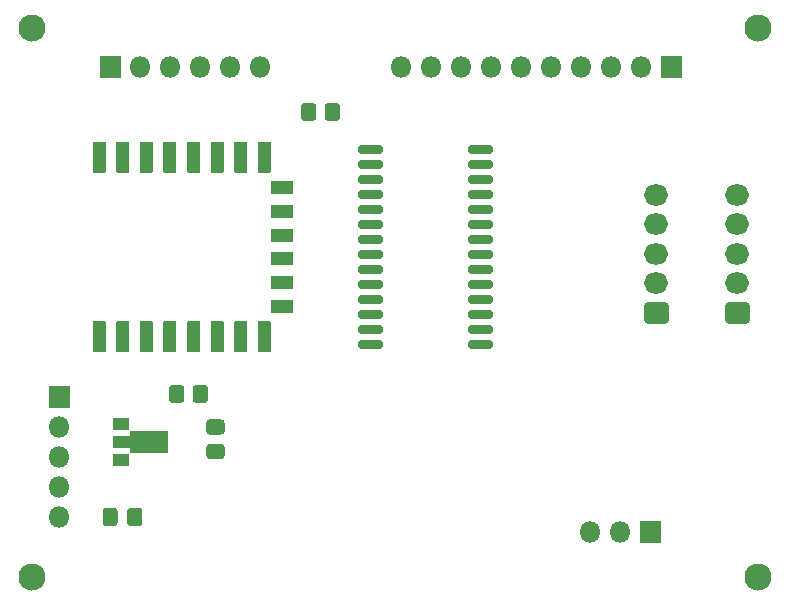
<source format=gbr>
%TF.GenerationSoftware,KiCad,Pcbnew,(5.1.9)-1*%
%TF.CreationDate,2020-12-29T21:02:10-08:00*%
%TF.ProjectId,Autoblind,4175746f-626c-4696-9e64-2e6b69636164,rev?*%
%TF.SameCoordinates,Original*%
%TF.FileFunction,Soldermask,Top*%
%TF.FilePolarity,Negative*%
%FSLAX46Y46*%
G04 Gerber Fmt 4.6, Leading zero omitted, Abs format (unit mm)*
G04 Created by KiCad (PCBNEW (5.1.9)-1) date 2020-12-29 21:02:10*
%MOMM*%
%LPD*%
G01*
G04 APERTURE LIST*
%ADD10C,2.300000*%
%ADD11O,2.050000X1.800000*%
%ADD12O,1.800000X1.800000*%
%ADD13C,0.100000*%
G04 APERTURE END LIST*
D10*
%TO.C, *%
X103124000Y-130810000D03*
%TD*%
%TO.C, *%
X103124000Y-84328000D03*
%TD*%
%TO.C, *%
X41656000Y-130810000D03*
%TD*%
%TO.C, *%
X41656000Y-84328000D03*
%TD*%
%TO.C,U3*%
G36*
G01*
X71355000Y-110950000D02*
X71355000Y-111300000D01*
G75*
G02*
X71180000Y-111475000I-175000J0D01*
G01*
X69380000Y-111475000D01*
G75*
G02*
X69205000Y-111300000I0J175000D01*
G01*
X69205000Y-110950000D01*
G75*
G02*
X69380000Y-110775000I175000J0D01*
G01*
X71180000Y-110775000D01*
G75*
G02*
X71355000Y-110950000I0J-175000D01*
G01*
G37*
G36*
G01*
X71355000Y-109680000D02*
X71355000Y-110030000D01*
G75*
G02*
X71180000Y-110205000I-175000J0D01*
G01*
X69380000Y-110205000D01*
G75*
G02*
X69205000Y-110030000I0J175000D01*
G01*
X69205000Y-109680000D01*
G75*
G02*
X69380000Y-109505000I175000J0D01*
G01*
X71180000Y-109505000D01*
G75*
G02*
X71355000Y-109680000I0J-175000D01*
G01*
G37*
G36*
G01*
X71355000Y-108410000D02*
X71355000Y-108760000D01*
G75*
G02*
X71180000Y-108935000I-175000J0D01*
G01*
X69380000Y-108935000D01*
G75*
G02*
X69205000Y-108760000I0J175000D01*
G01*
X69205000Y-108410000D01*
G75*
G02*
X69380000Y-108235000I175000J0D01*
G01*
X71180000Y-108235000D01*
G75*
G02*
X71355000Y-108410000I0J-175000D01*
G01*
G37*
G36*
G01*
X71355000Y-107140000D02*
X71355000Y-107490000D01*
G75*
G02*
X71180000Y-107665000I-175000J0D01*
G01*
X69380000Y-107665000D01*
G75*
G02*
X69205000Y-107490000I0J175000D01*
G01*
X69205000Y-107140000D01*
G75*
G02*
X69380000Y-106965000I175000J0D01*
G01*
X71180000Y-106965000D01*
G75*
G02*
X71355000Y-107140000I0J-175000D01*
G01*
G37*
G36*
G01*
X71355000Y-105870000D02*
X71355000Y-106220000D01*
G75*
G02*
X71180000Y-106395000I-175000J0D01*
G01*
X69380000Y-106395000D01*
G75*
G02*
X69205000Y-106220000I0J175000D01*
G01*
X69205000Y-105870000D01*
G75*
G02*
X69380000Y-105695000I175000J0D01*
G01*
X71180000Y-105695000D01*
G75*
G02*
X71355000Y-105870000I0J-175000D01*
G01*
G37*
G36*
G01*
X71355000Y-104600000D02*
X71355000Y-104950000D01*
G75*
G02*
X71180000Y-105125000I-175000J0D01*
G01*
X69380000Y-105125000D01*
G75*
G02*
X69205000Y-104950000I0J175000D01*
G01*
X69205000Y-104600000D01*
G75*
G02*
X69380000Y-104425000I175000J0D01*
G01*
X71180000Y-104425000D01*
G75*
G02*
X71355000Y-104600000I0J-175000D01*
G01*
G37*
G36*
G01*
X71355000Y-103330000D02*
X71355000Y-103680000D01*
G75*
G02*
X71180000Y-103855000I-175000J0D01*
G01*
X69380000Y-103855000D01*
G75*
G02*
X69205000Y-103680000I0J175000D01*
G01*
X69205000Y-103330000D01*
G75*
G02*
X69380000Y-103155000I175000J0D01*
G01*
X71180000Y-103155000D01*
G75*
G02*
X71355000Y-103330000I0J-175000D01*
G01*
G37*
G36*
G01*
X71355000Y-102060000D02*
X71355000Y-102410000D01*
G75*
G02*
X71180000Y-102585000I-175000J0D01*
G01*
X69380000Y-102585000D01*
G75*
G02*
X69205000Y-102410000I0J175000D01*
G01*
X69205000Y-102060000D01*
G75*
G02*
X69380000Y-101885000I175000J0D01*
G01*
X71180000Y-101885000D01*
G75*
G02*
X71355000Y-102060000I0J-175000D01*
G01*
G37*
G36*
G01*
X71355000Y-100790000D02*
X71355000Y-101140000D01*
G75*
G02*
X71180000Y-101315000I-175000J0D01*
G01*
X69380000Y-101315000D01*
G75*
G02*
X69205000Y-101140000I0J175000D01*
G01*
X69205000Y-100790000D01*
G75*
G02*
X69380000Y-100615000I175000J0D01*
G01*
X71180000Y-100615000D01*
G75*
G02*
X71355000Y-100790000I0J-175000D01*
G01*
G37*
G36*
G01*
X71355000Y-99520000D02*
X71355000Y-99870000D01*
G75*
G02*
X71180000Y-100045000I-175000J0D01*
G01*
X69380000Y-100045000D01*
G75*
G02*
X69205000Y-99870000I0J175000D01*
G01*
X69205000Y-99520000D01*
G75*
G02*
X69380000Y-99345000I175000J0D01*
G01*
X71180000Y-99345000D01*
G75*
G02*
X71355000Y-99520000I0J-175000D01*
G01*
G37*
G36*
G01*
X71355000Y-98250000D02*
X71355000Y-98600000D01*
G75*
G02*
X71180000Y-98775000I-175000J0D01*
G01*
X69380000Y-98775000D01*
G75*
G02*
X69205000Y-98600000I0J175000D01*
G01*
X69205000Y-98250000D01*
G75*
G02*
X69380000Y-98075000I175000J0D01*
G01*
X71180000Y-98075000D01*
G75*
G02*
X71355000Y-98250000I0J-175000D01*
G01*
G37*
G36*
G01*
X71355000Y-96980000D02*
X71355000Y-97330000D01*
G75*
G02*
X71180000Y-97505000I-175000J0D01*
G01*
X69380000Y-97505000D01*
G75*
G02*
X69205000Y-97330000I0J175000D01*
G01*
X69205000Y-96980000D01*
G75*
G02*
X69380000Y-96805000I175000J0D01*
G01*
X71180000Y-96805000D01*
G75*
G02*
X71355000Y-96980000I0J-175000D01*
G01*
G37*
G36*
G01*
X71355000Y-95710000D02*
X71355000Y-96060000D01*
G75*
G02*
X71180000Y-96235000I-175000J0D01*
G01*
X69380000Y-96235000D01*
G75*
G02*
X69205000Y-96060000I0J175000D01*
G01*
X69205000Y-95710000D01*
G75*
G02*
X69380000Y-95535000I175000J0D01*
G01*
X71180000Y-95535000D01*
G75*
G02*
X71355000Y-95710000I0J-175000D01*
G01*
G37*
G36*
G01*
X71355000Y-94440000D02*
X71355000Y-94790000D01*
G75*
G02*
X71180000Y-94965000I-175000J0D01*
G01*
X69380000Y-94965000D01*
G75*
G02*
X69205000Y-94790000I0J175000D01*
G01*
X69205000Y-94440000D01*
G75*
G02*
X69380000Y-94265000I175000J0D01*
G01*
X71180000Y-94265000D01*
G75*
G02*
X71355000Y-94440000I0J-175000D01*
G01*
G37*
G36*
G01*
X80655000Y-94440000D02*
X80655000Y-94790000D01*
G75*
G02*
X80480000Y-94965000I-175000J0D01*
G01*
X78680000Y-94965000D01*
G75*
G02*
X78505000Y-94790000I0J175000D01*
G01*
X78505000Y-94440000D01*
G75*
G02*
X78680000Y-94265000I175000J0D01*
G01*
X80480000Y-94265000D01*
G75*
G02*
X80655000Y-94440000I0J-175000D01*
G01*
G37*
G36*
G01*
X80655000Y-95710000D02*
X80655000Y-96060000D01*
G75*
G02*
X80480000Y-96235000I-175000J0D01*
G01*
X78680000Y-96235000D01*
G75*
G02*
X78505000Y-96060000I0J175000D01*
G01*
X78505000Y-95710000D01*
G75*
G02*
X78680000Y-95535000I175000J0D01*
G01*
X80480000Y-95535000D01*
G75*
G02*
X80655000Y-95710000I0J-175000D01*
G01*
G37*
G36*
G01*
X80655000Y-96980000D02*
X80655000Y-97330000D01*
G75*
G02*
X80480000Y-97505000I-175000J0D01*
G01*
X78680000Y-97505000D01*
G75*
G02*
X78505000Y-97330000I0J175000D01*
G01*
X78505000Y-96980000D01*
G75*
G02*
X78680000Y-96805000I175000J0D01*
G01*
X80480000Y-96805000D01*
G75*
G02*
X80655000Y-96980000I0J-175000D01*
G01*
G37*
G36*
G01*
X80655000Y-98250000D02*
X80655000Y-98600000D01*
G75*
G02*
X80480000Y-98775000I-175000J0D01*
G01*
X78680000Y-98775000D01*
G75*
G02*
X78505000Y-98600000I0J175000D01*
G01*
X78505000Y-98250000D01*
G75*
G02*
X78680000Y-98075000I175000J0D01*
G01*
X80480000Y-98075000D01*
G75*
G02*
X80655000Y-98250000I0J-175000D01*
G01*
G37*
G36*
G01*
X80655000Y-99520000D02*
X80655000Y-99870000D01*
G75*
G02*
X80480000Y-100045000I-175000J0D01*
G01*
X78680000Y-100045000D01*
G75*
G02*
X78505000Y-99870000I0J175000D01*
G01*
X78505000Y-99520000D01*
G75*
G02*
X78680000Y-99345000I175000J0D01*
G01*
X80480000Y-99345000D01*
G75*
G02*
X80655000Y-99520000I0J-175000D01*
G01*
G37*
G36*
G01*
X80655000Y-100790000D02*
X80655000Y-101140000D01*
G75*
G02*
X80480000Y-101315000I-175000J0D01*
G01*
X78680000Y-101315000D01*
G75*
G02*
X78505000Y-101140000I0J175000D01*
G01*
X78505000Y-100790000D01*
G75*
G02*
X78680000Y-100615000I175000J0D01*
G01*
X80480000Y-100615000D01*
G75*
G02*
X80655000Y-100790000I0J-175000D01*
G01*
G37*
G36*
G01*
X80655000Y-102060000D02*
X80655000Y-102410000D01*
G75*
G02*
X80480000Y-102585000I-175000J0D01*
G01*
X78680000Y-102585000D01*
G75*
G02*
X78505000Y-102410000I0J175000D01*
G01*
X78505000Y-102060000D01*
G75*
G02*
X78680000Y-101885000I175000J0D01*
G01*
X80480000Y-101885000D01*
G75*
G02*
X80655000Y-102060000I0J-175000D01*
G01*
G37*
G36*
G01*
X80655000Y-103330000D02*
X80655000Y-103680000D01*
G75*
G02*
X80480000Y-103855000I-175000J0D01*
G01*
X78680000Y-103855000D01*
G75*
G02*
X78505000Y-103680000I0J175000D01*
G01*
X78505000Y-103330000D01*
G75*
G02*
X78680000Y-103155000I175000J0D01*
G01*
X80480000Y-103155000D01*
G75*
G02*
X80655000Y-103330000I0J-175000D01*
G01*
G37*
G36*
G01*
X80655000Y-104600000D02*
X80655000Y-104950000D01*
G75*
G02*
X80480000Y-105125000I-175000J0D01*
G01*
X78680000Y-105125000D01*
G75*
G02*
X78505000Y-104950000I0J175000D01*
G01*
X78505000Y-104600000D01*
G75*
G02*
X78680000Y-104425000I175000J0D01*
G01*
X80480000Y-104425000D01*
G75*
G02*
X80655000Y-104600000I0J-175000D01*
G01*
G37*
G36*
G01*
X80655000Y-105870000D02*
X80655000Y-106220000D01*
G75*
G02*
X80480000Y-106395000I-175000J0D01*
G01*
X78680000Y-106395000D01*
G75*
G02*
X78505000Y-106220000I0J175000D01*
G01*
X78505000Y-105870000D01*
G75*
G02*
X78680000Y-105695000I175000J0D01*
G01*
X80480000Y-105695000D01*
G75*
G02*
X80655000Y-105870000I0J-175000D01*
G01*
G37*
G36*
G01*
X80655000Y-107140000D02*
X80655000Y-107490000D01*
G75*
G02*
X80480000Y-107665000I-175000J0D01*
G01*
X78680000Y-107665000D01*
G75*
G02*
X78505000Y-107490000I0J175000D01*
G01*
X78505000Y-107140000D01*
G75*
G02*
X78680000Y-106965000I175000J0D01*
G01*
X80480000Y-106965000D01*
G75*
G02*
X80655000Y-107140000I0J-175000D01*
G01*
G37*
G36*
G01*
X80655000Y-108410000D02*
X80655000Y-108760000D01*
G75*
G02*
X80480000Y-108935000I-175000J0D01*
G01*
X78680000Y-108935000D01*
G75*
G02*
X78505000Y-108760000I0J175000D01*
G01*
X78505000Y-108410000D01*
G75*
G02*
X78680000Y-108235000I175000J0D01*
G01*
X80480000Y-108235000D01*
G75*
G02*
X80655000Y-108410000I0J-175000D01*
G01*
G37*
G36*
G01*
X80655000Y-109680000D02*
X80655000Y-110030000D01*
G75*
G02*
X80480000Y-110205000I-175000J0D01*
G01*
X78680000Y-110205000D01*
G75*
G02*
X78505000Y-110030000I0J175000D01*
G01*
X78505000Y-109680000D01*
G75*
G02*
X78680000Y-109505000I175000J0D01*
G01*
X80480000Y-109505000D01*
G75*
G02*
X80655000Y-109680000I0J-175000D01*
G01*
G37*
G36*
G01*
X80655000Y-110950000D02*
X80655000Y-111300000D01*
G75*
G02*
X80480000Y-111475000I-175000J0D01*
G01*
X78680000Y-111475000D01*
G75*
G02*
X78505000Y-111300000I0J175000D01*
G01*
X78505000Y-110950000D01*
G75*
G02*
X78680000Y-110775000I175000J0D01*
G01*
X80480000Y-110775000D01*
G75*
G02*
X80655000Y-110950000I0J-175000D01*
G01*
G37*
%TD*%
D11*
%TO.C,J6*%
X101346000Y-98458000D03*
X101346000Y-100958000D03*
X101346000Y-103458000D03*
X101346000Y-105958000D03*
G36*
G01*
X102106295Y-109358000D02*
X100585705Y-109358000D01*
G75*
G02*
X100321000Y-109093295I0J264705D01*
G01*
X100321000Y-107822705D01*
G75*
G02*
X100585705Y-107558000I264705J0D01*
G01*
X102106295Y-107558000D01*
G75*
G02*
X102371000Y-107822705I0J-264705D01*
G01*
X102371000Y-109093295D01*
G75*
G02*
X102106295Y-109358000I-264705J0D01*
G01*
G37*
%TD*%
%TO.C,J5*%
X94488000Y-98458000D03*
X94488000Y-100958000D03*
X94488000Y-103458000D03*
X94488000Y-105958000D03*
G36*
G01*
X95248295Y-109358000D02*
X93727705Y-109358000D01*
G75*
G02*
X93463000Y-109093295I0J264705D01*
G01*
X93463000Y-107822705D01*
G75*
G02*
X93727705Y-107558000I264705J0D01*
G01*
X95248295Y-107558000D01*
G75*
G02*
X95513000Y-107822705I0J-264705D01*
G01*
X95513000Y-109093295D01*
G75*
G02*
X95248295Y-109358000I-264705J0D01*
G01*
G37*
%TD*%
%TO.C,U1*%
G36*
G01*
X47800000Y-96570000D02*
X46800000Y-96570000D01*
G75*
G02*
X46750000Y-96520000I0J50000D01*
G01*
X46750000Y-94020000D01*
G75*
G02*
X46800000Y-93970000I50000J0D01*
G01*
X47800000Y-93970000D01*
G75*
G02*
X47850000Y-94020000I0J-50000D01*
G01*
X47850000Y-96520000D01*
G75*
G02*
X47800000Y-96570000I-50000J0D01*
G01*
G37*
G36*
G01*
X49800000Y-96570000D02*
X48800000Y-96570000D01*
G75*
G02*
X48750000Y-96520000I0J50000D01*
G01*
X48750000Y-94020000D01*
G75*
G02*
X48800000Y-93970000I50000J0D01*
G01*
X49800000Y-93970000D01*
G75*
G02*
X49850000Y-94020000I0J-50000D01*
G01*
X49850000Y-96520000D01*
G75*
G02*
X49800000Y-96570000I-50000J0D01*
G01*
G37*
G36*
G01*
X51800000Y-96570000D02*
X50800000Y-96570000D01*
G75*
G02*
X50750000Y-96520000I0J50000D01*
G01*
X50750000Y-94020000D01*
G75*
G02*
X50800000Y-93970000I50000J0D01*
G01*
X51800000Y-93970000D01*
G75*
G02*
X51850000Y-94020000I0J-50000D01*
G01*
X51850000Y-96520000D01*
G75*
G02*
X51800000Y-96570000I-50000J0D01*
G01*
G37*
G36*
G01*
X53800000Y-96570000D02*
X52800000Y-96570000D01*
G75*
G02*
X52750000Y-96520000I0J50000D01*
G01*
X52750000Y-94020000D01*
G75*
G02*
X52800000Y-93970000I50000J0D01*
G01*
X53800000Y-93970000D01*
G75*
G02*
X53850000Y-94020000I0J-50000D01*
G01*
X53850000Y-96520000D01*
G75*
G02*
X53800000Y-96570000I-50000J0D01*
G01*
G37*
G36*
G01*
X55800000Y-96570000D02*
X54800000Y-96570000D01*
G75*
G02*
X54750000Y-96520000I0J50000D01*
G01*
X54750000Y-94020000D01*
G75*
G02*
X54800000Y-93970000I50000J0D01*
G01*
X55800000Y-93970000D01*
G75*
G02*
X55850000Y-94020000I0J-50000D01*
G01*
X55850000Y-96520000D01*
G75*
G02*
X55800000Y-96570000I-50000J0D01*
G01*
G37*
G36*
G01*
X57800000Y-96570000D02*
X56800000Y-96570000D01*
G75*
G02*
X56750000Y-96520000I0J50000D01*
G01*
X56750000Y-94020000D01*
G75*
G02*
X56800000Y-93970000I50000J0D01*
G01*
X57800000Y-93970000D01*
G75*
G02*
X57850000Y-94020000I0J-50000D01*
G01*
X57850000Y-96520000D01*
G75*
G02*
X57800000Y-96570000I-50000J0D01*
G01*
G37*
G36*
G01*
X59800000Y-96570000D02*
X58800000Y-96570000D01*
G75*
G02*
X58750000Y-96520000I0J50000D01*
G01*
X58750000Y-94020000D01*
G75*
G02*
X58800000Y-93970000I50000J0D01*
G01*
X59800000Y-93970000D01*
G75*
G02*
X59850000Y-94020000I0J-50000D01*
G01*
X59850000Y-96520000D01*
G75*
G02*
X59800000Y-96570000I-50000J0D01*
G01*
G37*
G36*
G01*
X61800000Y-96570000D02*
X60800000Y-96570000D01*
G75*
G02*
X60750000Y-96520000I0J50000D01*
G01*
X60750000Y-94020000D01*
G75*
G02*
X60800000Y-93970000I50000J0D01*
G01*
X61800000Y-93970000D01*
G75*
G02*
X61850000Y-94020000I0J-50000D01*
G01*
X61850000Y-96520000D01*
G75*
G02*
X61800000Y-96570000I-50000J0D01*
G01*
G37*
G36*
G01*
X63700000Y-98420000D02*
X61900000Y-98420000D01*
G75*
G02*
X61850000Y-98370000I0J50000D01*
G01*
X61850000Y-97370000D01*
G75*
G02*
X61900000Y-97320000I50000J0D01*
G01*
X63700000Y-97320000D01*
G75*
G02*
X63750000Y-97370000I0J-50000D01*
G01*
X63750000Y-98370000D01*
G75*
G02*
X63700000Y-98420000I-50000J0D01*
G01*
G37*
G36*
G01*
X63700000Y-100420000D02*
X61900000Y-100420000D01*
G75*
G02*
X61850000Y-100370000I0J50000D01*
G01*
X61850000Y-99370000D01*
G75*
G02*
X61900000Y-99320000I50000J0D01*
G01*
X63700000Y-99320000D01*
G75*
G02*
X63750000Y-99370000I0J-50000D01*
G01*
X63750000Y-100370000D01*
G75*
G02*
X63700000Y-100420000I-50000J0D01*
G01*
G37*
G36*
G01*
X63700000Y-102420000D02*
X61900000Y-102420000D01*
G75*
G02*
X61850000Y-102370000I0J50000D01*
G01*
X61850000Y-101370000D01*
G75*
G02*
X61900000Y-101320000I50000J0D01*
G01*
X63700000Y-101320000D01*
G75*
G02*
X63750000Y-101370000I0J-50000D01*
G01*
X63750000Y-102370000D01*
G75*
G02*
X63700000Y-102420000I-50000J0D01*
G01*
G37*
G36*
G01*
X63700000Y-104420000D02*
X61900000Y-104420000D01*
G75*
G02*
X61850000Y-104370000I0J50000D01*
G01*
X61850000Y-103370000D01*
G75*
G02*
X61900000Y-103320000I50000J0D01*
G01*
X63700000Y-103320000D01*
G75*
G02*
X63750000Y-103370000I0J-50000D01*
G01*
X63750000Y-104370000D01*
G75*
G02*
X63700000Y-104420000I-50000J0D01*
G01*
G37*
G36*
G01*
X63700000Y-106420000D02*
X61900000Y-106420000D01*
G75*
G02*
X61850000Y-106370000I0J50000D01*
G01*
X61850000Y-105370000D01*
G75*
G02*
X61900000Y-105320000I50000J0D01*
G01*
X63700000Y-105320000D01*
G75*
G02*
X63750000Y-105370000I0J-50000D01*
G01*
X63750000Y-106370000D01*
G75*
G02*
X63700000Y-106420000I-50000J0D01*
G01*
G37*
G36*
G01*
X63700000Y-108420000D02*
X61900000Y-108420000D01*
G75*
G02*
X61850000Y-108370000I0J50000D01*
G01*
X61850000Y-107370000D01*
G75*
G02*
X61900000Y-107320000I50000J0D01*
G01*
X63700000Y-107320000D01*
G75*
G02*
X63750000Y-107370000I0J-50000D01*
G01*
X63750000Y-108370000D01*
G75*
G02*
X63700000Y-108420000I-50000J0D01*
G01*
G37*
G36*
G01*
X61800000Y-111770000D02*
X60800000Y-111770000D01*
G75*
G02*
X60750000Y-111720000I0J50000D01*
G01*
X60750000Y-109220000D01*
G75*
G02*
X60800000Y-109170000I50000J0D01*
G01*
X61800000Y-109170000D01*
G75*
G02*
X61850000Y-109220000I0J-50000D01*
G01*
X61850000Y-111720000D01*
G75*
G02*
X61800000Y-111770000I-50000J0D01*
G01*
G37*
G36*
G01*
X59800000Y-111770000D02*
X58800000Y-111770000D01*
G75*
G02*
X58750000Y-111720000I0J50000D01*
G01*
X58750000Y-109220000D01*
G75*
G02*
X58800000Y-109170000I50000J0D01*
G01*
X59800000Y-109170000D01*
G75*
G02*
X59850000Y-109220000I0J-50000D01*
G01*
X59850000Y-111720000D01*
G75*
G02*
X59800000Y-111770000I-50000J0D01*
G01*
G37*
G36*
G01*
X57800000Y-111770000D02*
X56800000Y-111770000D01*
G75*
G02*
X56750000Y-111720000I0J50000D01*
G01*
X56750000Y-109220000D01*
G75*
G02*
X56800000Y-109170000I50000J0D01*
G01*
X57800000Y-109170000D01*
G75*
G02*
X57850000Y-109220000I0J-50000D01*
G01*
X57850000Y-111720000D01*
G75*
G02*
X57800000Y-111770000I-50000J0D01*
G01*
G37*
G36*
G01*
X55800000Y-111770000D02*
X54800000Y-111770000D01*
G75*
G02*
X54750000Y-111720000I0J50000D01*
G01*
X54750000Y-109220000D01*
G75*
G02*
X54800000Y-109170000I50000J0D01*
G01*
X55800000Y-109170000D01*
G75*
G02*
X55850000Y-109220000I0J-50000D01*
G01*
X55850000Y-111720000D01*
G75*
G02*
X55800000Y-111770000I-50000J0D01*
G01*
G37*
G36*
G01*
X53800000Y-111770000D02*
X52800000Y-111770000D01*
G75*
G02*
X52750000Y-111720000I0J50000D01*
G01*
X52750000Y-109220000D01*
G75*
G02*
X52800000Y-109170000I50000J0D01*
G01*
X53800000Y-109170000D01*
G75*
G02*
X53850000Y-109220000I0J-50000D01*
G01*
X53850000Y-111720000D01*
G75*
G02*
X53800000Y-111770000I-50000J0D01*
G01*
G37*
G36*
G01*
X51800000Y-111770000D02*
X50800000Y-111770000D01*
G75*
G02*
X50750000Y-111720000I0J50000D01*
G01*
X50750000Y-109220000D01*
G75*
G02*
X50800000Y-109170000I50000J0D01*
G01*
X51800000Y-109170000D01*
G75*
G02*
X51850000Y-109220000I0J-50000D01*
G01*
X51850000Y-111720000D01*
G75*
G02*
X51800000Y-111770000I-50000J0D01*
G01*
G37*
G36*
G01*
X49800000Y-111770000D02*
X48800000Y-111770000D01*
G75*
G02*
X48750000Y-111720000I0J50000D01*
G01*
X48750000Y-109220000D01*
G75*
G02*
X48800000Y-109170000I50000J0D01*
G01*
X49800000Y-109170000D01*
G75*
G02*
X49850000Y-109220000I0J-50000D01*
G01*
X49850000Y-111720000D01*
G75*
G02*
X49800000Y-111770000I-50000J0D01*
G01*
G37*
G36*
G01*
X47800000Y-111770000D02*
X46800000Y-111770000D01*
G75*
G02*
X46750000Y-111720000I0J50000D01*
G01*
X46750000Y-109220000D01*
G75*
G02*
X46800000Y-109170000I50000J0D01*
G01*
X47800000Y-109170000D01*
G75*
G02*
X47850000Y-109220000I0J-50000D01*
G01*
X47850000Y-111720000D01*
G75*
G02*
X47800000Y-111770000I-50000J0D01*
G01*
G37*
%TD*%
%TO.C,R1*%
G36*
G01*
X54514000Y-114836832D02*
X54514000Y-115795168D01*
G75*
G02*
X54243168Y-116066000I-270832J0D01*
G01*
X53484832Y-116066000D01*
G75*
G02*
X53214000Y-115795168I0J270832D01*
G01*
X53214000Y-114836832D01*
G75*
G02*
X53484832Y-114566000I270832J0D01*
G01*
X54243168Y-114566000D01*
G75*
G02*
X54514000Y-114836832I0J-270832D01*
G01*
G37*
G36*
G01*
X56514000Y-114836832D02*
X56514000Y-115795168D01*
G75*
G02*
X56243168Y-116066000I-270832J0D01*
G01*
X55484832Y-116066000D01*
G75*
G02*
X55214000Y-115795168I0J270832D01*
G01*
X55214000Y-114836832D01*
G75*
G02*
X55484832Y-114566000I270832J0D01*
G01*
X56243168Y-114566000D01*
G75*
G02*
X56514000Y-114836832I0J-270832D01*
G01*
G37*
%TD*%
D12*
%TO.C,J1*%
X43942000Y-125730000D03*
X43942000Y-123190000D03*
X43942000Y-120650000D03*
X43942000Y-118110000D03*
G36*
G01*
X43042000Y-116420000D02*
X43042000Y-114720000D01*
G75*
G02*
X43092000Y-114670000I50000J0D01*
G01*
X44792000Y-114670000D01*
G75*
G02*
X44842000Y-114720000I0J-50000D01*
G01*
X44842000Y-116420000D01*
G75*
G02*
X44792000Y-116470000I-50000J0D01*
G01*
X43092000Y-116470000D01*
G75*
G02*
X43042000Y-116420000I0J50000D01*
G01*
G37*
%TD*%
D13*
%TO.C,U2*%
G36*
X53109755Y-118464461D02*
G01*
X53119134Y-118467306D01*
X53127779Y-118471927D01*
X53135355Y-118478145D01*
X53141573Y-118485721D01*
X53146194Y-118494366D01*
X53149039Y-118503745D01*
X53150000Y-118513500D01*
X53150000Y-120246500D01*
X53149039Y-120256255D01*
X53146194Y-120265634D01*
X53141573Y-120274279D01*
X53135355Y-120281855D01*
X53127779Y-120288073D01*
X53119134Y-120292694D01*
X53109755Y-120295539D01*
X53100000Y-120296500D01*
X49975000Y-120296500D01*
X49965245Y-120295539D01*
X49955866Y-120292694D01*
X49947221Y-120288073D01*
X49939645Y-120281855D01*
X49933427Y-120274279D01*
X49928806Y-120265634D01*
X49925961Y-120256255D01*
X49925000Y-120246500D01*
X49925000Y-119880000D01*
X48500000Y-119880000D01*
X48490245Y-119879039D01*
X48480866Y-119876194D01*
X48472221Y-119871573D01*
X48464645Y-119865355D01*
X48458427Y-119857779D01*
X48453806Y-119849134D01*
X48450961Y-119839755D01*
X48450000Y-119830000D01*
X48450000Y-118930000D01*
X48450961Y-118920245D01*
X48453806Y-118910866D01*
X48458427Y-118902221D01*
X48464645Y-118894645D01*
X48472221Y-118888427D01*
X48480866Y-118883806D01*
X48490245Y-118880961D01*
X48500000Y-118880000D01*
X49925000Y-118880000D01*
X49925000Y-118513500D01*
X49925961Y-118503745D01*
X49928806Y-118494366D01*
X49933427Y-118485721D01*
X49939645Y-118478145D01*
X49947221Y-118471927D01*
X49955866Y-118467306D01*
X49965245Y-118464461D01*
X49975000Y-118463500D01*
X53100000Y-118463500D01*
X53109755Y-118464461D01*
G37*
G36*
G01*
X48450000Y-121330000D02*
X48450000Y-120430000D01*
G75*
G02*
X48500000Y-120380000I50000J0D01*
G01*
X49800000Y-120380000D01*
G75*
G02*
X49850000Y-120430000I0J-50000D01*
G01*
X49850000Y-121330000D01*
G75*
G02*
X49800000Y-121380000I-50000J0D01*
G01*
X48500000Y-121380000D01*
G75*
G02*
X48450000Y-121330000I0J50000D01*
G01*
G37*
G36*
G01*
X48450000Y-118330000D02*
X48450000Y-117430000D01*
G75*
G02*
X48500000Y-117380000I50000J0D01*
G01*
X49800000Y-117380000D01*
G75*
G02*
X49850000Y-117430000I0J-50000D01*
G01*
X49850000Y-118330000D01*
G75*
G02*
X49800000Y-118380000I-50000J0D01*
G01*
X48500000Y-118380000D01*
G75*
G02*
X48450000Y-118330000I0J50000D01*
G01*
G37*
%TD*%
D12*
%TO.C,J4*%
X88900000Y-127000000D03*
X91440000Y-127000000D03*
G36*
G01*
X93130000Y-126100000D02*
X94830000Y-126100000D01*
G75*
G02*
X94880000Y-126150000I0J-50000D01*
G01*
X94880000Y-127850000D01*
G75*
G02*
X94830000Y-127900000I-50000J0D01*
G01*
X93130000Y-127900000D01*
G75*
G02*
X93080000Y-127850000I0J50000D01*
G01*
X93080000Y-126150000D01*
G75*
G02*
X93130000Y-126100000I50000J0D01*
G01*
G37*
%TD*%
%TO.C,J3*%
X72898000Y-87630000D03*
X75438000Y-87630000D03*
X77978000Y-87630000D03*
X80518000Y-87630000D03*
X83058000Y-87630000D03*
X85598000Y-87630000D03*
X88138000Y-87630000D03*
X90678000Y-87630000D03*
X93218000Y-87630000D03*
G36*
G01*
X94908000Y-86730000D02*
X96608000Y-86730000D01*
G75*
G02*
X96658000Y-86780000I0J-50000D01*
G01*
X96658000Y-88480000D01*
G75*
G02*
X96608000Y-88530000I-50000J0D01*
G01*
X94908000Y-88530000D01*
G75*
G02*
X94858000Y-88480000I0J50000D01*
G01*
X94858000Y-86780000D01*
G75*
G02*
X94908000Y-86730000I50000J0D01*
G01*
G37*
%TD*%
%TO.C,J2*%
X60960000Y-87630000D03*
X58420000Y-87630000D03*
X55880000Y-87630000D03*
X53340000Y-87630000D03*
X50800000Y-87630000D03*
G36*
G01*
X49110000Y-88530000D02*
X47410000Y-88530000D01*
G75*
G02*
X47360000Y-88480000I0J50000D01*
G01*
X47360000Y-86780000D01*
G75*
G02*
X47410000Y-86730000I50000J0D01*
G01*
X49110000Y-86730000D01*
G75*
G02*
X49160000Y-86780000I0J-50000D01*
G01*
X49160000Y-88480000D01*
G75*
G02*
X49110000Y-88530000I-50000J0D01*
G01*
G37*
%TD*%
%TO.C,R2*%
G36*
G01*
X66390000Y-91919168D02*
X66390000Y-90960832D01*
G75*
G02*
X66660832Y-90690000I270832J0D01*
G01*
X67419168Y-90690000D01*
G75*
G02*
X67690000Y-90960832I0J-270832D01*
G01*
X67690000Y-91919168D01*
G75*
G02*
X67419168Y-92190000I-270832J0D01*
G01*
X66660832Y-92190000D01*
G75*
G02*
X66390000Y-91919168I0J270832D01*
G01*
G37*
G36*
G01*
X64390000Y-91919168D02*
X64390000Y-90960832D01*
G75*
G02*
X64660832Y-90690000I270832J0D01*
G01*
X65419168Y-90690000D01*
G75*
G02*
X65690000Y-90960832I0J-270832D01*
G01*
X65690000Y-91919168D01*
G75*
G02*
X65419168Y-92190000I-270832J0D01*
G01*
X64660832Y-92190000D01*
G75*
G02*
X64390000Y-91919168I0J270832D01*
G01*
G37*
%TD*%
%TO.C,C2*%
G36*
G01*
X57653724Y-120822500D02*
X56646276Y-120822500D01*
G75*
G02*
X56375000Y-120551224I0J271276D01*
G01*
X56375000Y-119818776D01*
G75*
G02*
X56646276Y-119547500I271276J0D01*
G01*
X57653724Y-119547500D01*
G75*
G02*
X57925000Y-119818776I0J-271276D01*
G01*
X57925000Y-120551224D01*
G75*
G02*
X57653724Y-120822500I-271276J0D01*
G01*
G37*
G36*
G01*
X57653724Y-118747500D02*
X56646276Y-118747500D01*
G75*
G02*
X56375000Y-118476224I0J271276D01*
G01*
X56375000Y-117743776D01*
G75*
G02*
X56646276Y-117472500I271276J0D01*
G01*
X57653724Y-117472500D01*
G75*
G02*
X57925000Y-117743776I0J-271276D01*
G01*
X57925000Y-118476224D01*
G75*
G02*
X57653724Y-118747500I-271276J0D01*
G01*
G37*
%TD*%
%TO.C,C1*%
G36*
G01*
X47601000Y-126233724D02*
X47601000Y-125226276D01*
G75*
G02*
X47872276Y-124955000I271276J0D01*
G01*
X48604724Y-124955000D01*
G75*
G02*
X48876000Y-125226276I0J-271276D01*
G01*
X48876000Y-126233724D01*
G75*
G02*
X48604724Y-126505000I-271276J0D01*
G01*
X47872276Y-126505000D01*
G75*
G02*
X47601000Y-126233724I0J271276D01*
G01*
G37*
G36*
G01*
X49676000Y-126233724D02*
X49676000Y-125226276D01*
G75*
G02*
X49947276Y-124955000I271276J0D01*
G01*
X50679724Y-124955000D01*
G75*
G02*
X50951000Y-125226276I0J-271276D01*
G01*
X50951000Y-126233724D01*
G75*
G02*
X50679724Y-126505000I-271276J0D01*
G01*
X49947276Y-126505000D01*
G75*
G02*
X49676000Y-126233724I0J271276D01*
G01*
G37*
%TD*%
M02*

</source>
